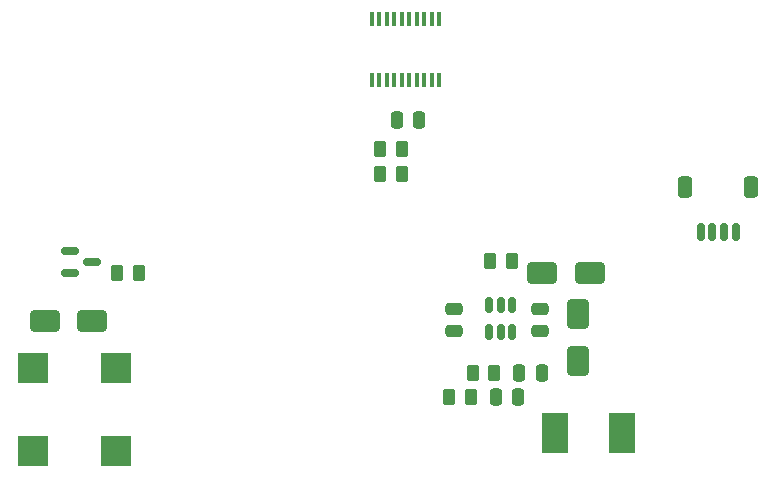
<source format=gbp>
G04 #@! TF.GenerationSoftware,KiCad,Pcbnew,8.0.5-8.0.5-0~ubuntu24.04.1*
G04 #@! TF.CreationDate,2024-10-02T13:28:42+10:00*
G04 #@! TF.ProjectId,Touch Keypad,546f7563-6820-44b6-9579-7061642e6b69,rev?*
G04 #@! TF.SameCoordinates,PXbebc200PY8b3c880*
G04 #@! TF.FileFunction,Paste,Bot*
G04 #@! TF.FilePolarity,Positive*
%FSLAX46Y46*%
G04 Gerber Fmt 4.6, Leading zero omitted, Abs format (unit mm)*
G04 Created by KiCad (PCBNEW 8.0.5-8.0.5-0~ubuntu24.04.1) date 2024-10-02 13:28:42*
%MOMM*%
%LPD*%
G01*
G04 APERTURE LIST*
G04 Aperture macros list*
%AMRoundRect*
0 Rectangle with rounded corners*
0 $1 Rounding radius*
0 $2 $3 $4 $5 $6 $7 $8 $9 X,Y pos of 4 corners*
0 Add a 4 corners polygon primitive as box body*
4,1,4,$2,$3,$4,$5,$6,$7,$8,$9,$2,$3,0*
0 Add four circle primitives for the rounded corners*
1,1,$1+$1,$2,$3*
1,1,$1+$1,$4,$5*
1,1,$1+$1,$6,$7*
1,1,$1+$1,$8,$9*
0 Add four rect primitives between the rounded corners*
20,1,$1+$1,$2,$3,$4,$5,0*
20,1,$1+$1,$4,$5,$6,$7,0*
20,1,$1+$1,$6,$7,$8,$9,0*
20,1,$1+$1,$8,$9,$2,$3,0*%
G04 Aperture macros list end*
%ADD10RoundRect,0.250000X-0.250000X-0.475000X0.250000X-0.475000X0.250000X0.475000X-0.250000X0.475000X0*%
%ADD11RoundRect,0.250000X0.262500X0.450000X-0.262500X0.450000X-0.262500X-0.450000X0.262500X-0.450000X0*%
%ADD12RoundRect,0.250000X-1.000000X-0.650000X1.000000X-0.650000X1.000000X0.650000X-1.000000X0.650000X0*%
%ADD13RoundRect,0.250000X-0.475000X0.250000X-0.475000X-0.250000X0.475000X-0.250000X0.475000X0.250000X0*%
%ADD14RoundRect,0.150000X-0.587500X-0.150000X0.587500X-0.150000X0.587500X0.150000X-0.587500X0.150000X0*%
%ADD15R,0.400000X1.200000*%
%ADD16RoundRect,0.150000X-0.150000X-0.625000X0.150000X-0.625000X0.150000X0.625000X-0.150000X0.625000X0*%
%ADD17RoundRect,0.250000X-0.350000X-0.650000X0.350000X-0.650000X0.350000X0.650000X-0.350000X0.650000X0*%
%ADD18R,2.300000X3.400000*%
%ADD19RoundRect,0.150000X0.150000X-0.512500X0.150000X0.512500X-0.150000X0.512500X-0.150000X-0.512500X0*%
%ADD20RoundRect,0.250000X0.250000X0.475000X-0.250000X0.475000X-0.250000X-0.475000X0.250000X-0.475000X0*%
%ADD21RoundRect,0.250000X0.475000X-0.250000X0.475000X0.250000X-0.475000X0.250000X-0.475000X-0.250000X0*%
%ADD22RoundRect,0.250000X-0.650000X1.000000X-0.650000X-1.000000X0.650000X-1.000000X0.650000X1.000000X0*%
%ADD23R,2.500000X2.500000*%
G04 APERTURE END LIST*
D10*
X-35700000Y32000000D03*
X-33800000Y32000000D03*
D11*
X-29475000Y8568800D03*
X-31300000Y8568800D03*
D12*
X-65500000Y15000000D03*
X-61500000Y15000000D03*
D11*
X-57587500Y19100000D03*
X-59412500Y19100000D03*
D13*
X-30887500Y16018800D03*
X-30887500Y14118800D03*
D11*
X-25975000Y20068800D03*
X-27800000Y20068800D03*
D14*
X-63375000Y19050000D03*
X-63375000Y20950000D03*
X-61500000Y20000000D03*
D11*
X-35287500Y29600000D03*
X-37112500Y29600000D03*
D15*
X-37857500Y40600000D03*
X-37222500Y40600000D03*
X-36587500Y40600000D03*
X-35952500Y40600000D03*
X-35317500Y40600000D03*
X-34682500Y40600000D03*
X-34047500Y40600000D03*
X-33412500Y40600000D03*
X-32777500Y40600000D03*
X-32142500Y40600000D03*
X-32142500Y35400000D03*
X-32777500Y35400000D03*
X-33412500Y35400000D03*
X-34047500Y35400000D03*
X-34682500Y35400000D03*
X-35317500Y35400000D03*
X-35952500Y35400000D03*
X-36587500Y35400000D03*
X-37222500Y35400000D03*
X-37857500Y35400000D03*
D12*
X-23387500Y19068800D03*
X-19387500Y19068800D03*
D16*
X-10000000Y22500000D03*
X-9000000Y22500000D03*
X-8000000Y22500000D03*
X-7000000Y22500000D03*
D17*
X-11300000Y26375000D03*
X-5700000Y26375000D03*
D18*
X-16650000Y5550000D03*
X-22350000Y5550000D03*
D19*
X-25987500Y14068800D03*
X-26937500Y14068800D03*
X-27887500Y14068800D03*
X-27887500Y16343800D03*
X-26937500Y16343800D03*
X-25987500Y16343800D03*
D20*
X-25437500Y8568800D03*
X-27337500Y8568800D03*
D11*
X-27475000Y10568800D03*
X-29300000Y10568800D03*
D21*
X-23622500Y14118800D03*
X-23622500Y16018800D03*
D11*
X-35287500Y27400000D03*
X-37112500Y27400000D03*
D10*
X-25337500Y10568800D03*
X-23437500Y10568800D03*
D22*
X-20387500Y15568800D03*
X-20387500Y11568800D03*
D23*
X-66500000Y11000000D03*
X-59500000Y11000000D03*
X-59500000Y4000000D03*
X-66500000Y4000000D03*
M02*

</source>
